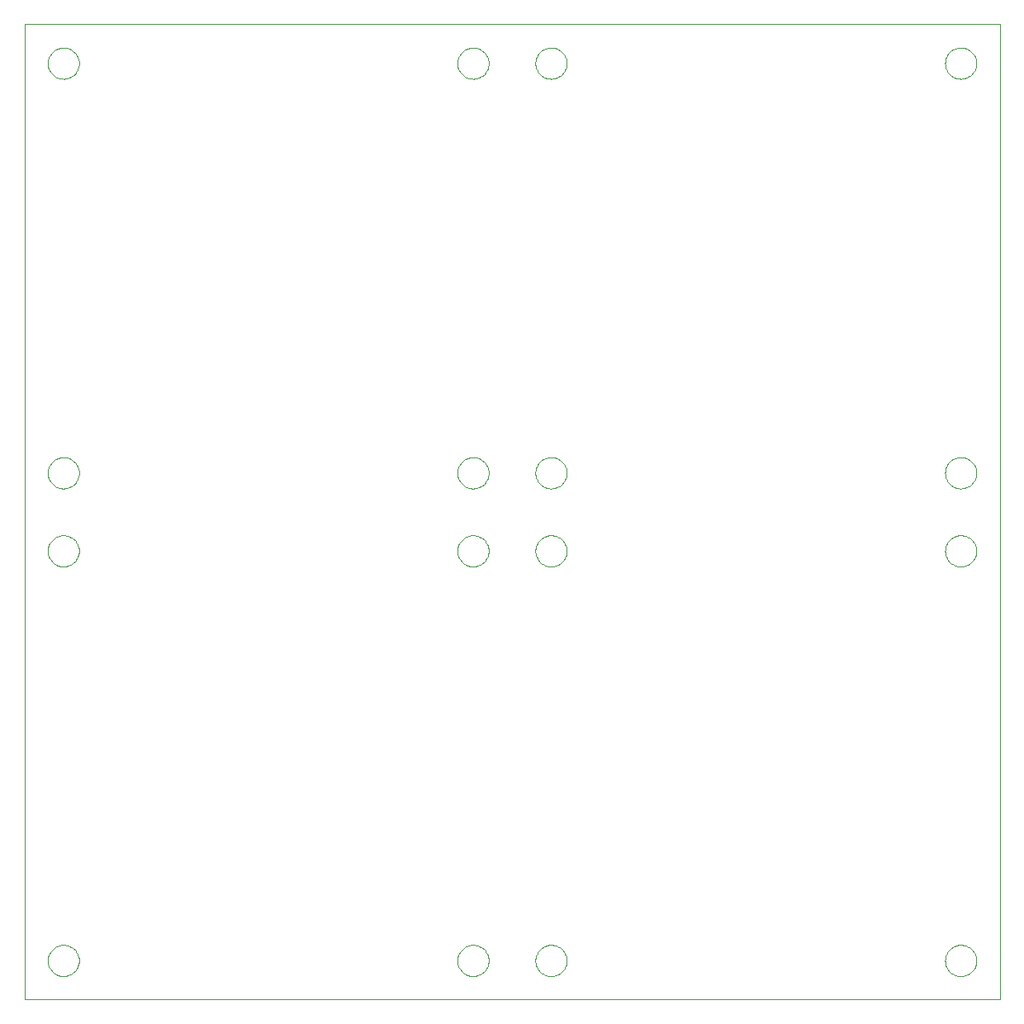
<source format=gm1>
G75*
G70*
%OFA0B0*%
%FSLAX24Y24*%
%IPPOS*%
%LPD*%
%AMOC8*
5,1,8,0,0,1.08239X$1,22.5*
%
%ADD10C,0.0000*%
D10*
X000100Y000100D02*
X000100Y039470D01*
X039470Y039470D01*
X039470Y000100D01*
X000100Y000100D01*
X001045Y001675D02*
X001047Y001725D01*
X001053Y001775D01*
X001063Y001824D01*
X001077Y001872D01*
X001094Y001919D01*
X001115Y001964D01*
X001140Y002008D01*
X001168Y002049D01*
X001200Y002088D01*
X001234Y002125D01*
X001271Y002159D01*
X001311Y002189D01*
X001353Y002216D01*
X001397Y002240D01*
X001443Y002261D01*
X001490Y002277D01*
X001538Y002290D01*
X001588Y002299D01*
X001637Y002304D01*
X001688Y002305D01*
X001738Y002302D01*
X001787Y002295D01*
X001836Y002284D01*
X001884Y002269D01*
X001930Y002251D01*
X001975Y002229D01*
X002018Y002203D01*
X002059Y002174D01*
X002098Y002142D01*
X002134Y002107D01*
X002166Y002069D01*
X002196Y002029D01*
X002223Y001986D01*
X002246Y001942D01*
X002265Y001896D01*
X002281Y001848D01*
X002293Y001799D01*
X002301Y001750D01*
X002305Y001700D01*
X002305Y001650D01*
X002301Y001600D01*
X002293Y001551D01*
X002281Y001502D01*
X002265Y001454D01*
X002246Y001408D01*
X002223Y001364D01*
X002196Y001321D01*
X002166Y001281D01*
X002134Y001243D01*
X002098Y001208D01*
X002059Y001176D01*
X002018Y001147D01*
X001975Y001121D01*
X001930Y001099D01*
X001884Y001081D01*
X001836Y001066D01*
X001787Y001055D01*
X001738Y001048D01*
X001688Y001045D01*
X001637Y001046D01*
X001588Y001051D01*
X001538Y001060D01*
X001490Y001073D01*
X001443Y001089D01*
X001397Y001110D01*
X001353Y001134D01*
X001311Y001161D01*
X001271Y001191D01*
X001234Y001225D01*
X001200Y001262D01*
X001168Y001301D01*
X001140Y001342D01*
X001115Y001386D01*
X001094Y001431D01*
X001077Y001478D01*
X001063Y001526D01*
X001053Y001575D01*
X001047Y001625D01*
X001045Y001675D01*
X001045Y018210D02*
X001047Y018260D01*
X001053Y018310D01*
X001063Y018359D01*
X001077Y018407D01*
X001094Y018454D01*
X001115Y018499D01*
X001140Y018543D01*
X001168Y018584D01*
X001200Y018623D01*
X001234Y018660D01*
X001271Y018694D01*
X001311Y018724D01*
X001353Y018751D01*
X001397Y018775D01*
X001443Y018796D01*
X001490Y018812D01*
X001538Y018825D01*
X001588Y018834D01*
X001637Y018839D01*
X001688Y018840D01*
X001738Y018837D01*
X001787Y018830D01*
X001836Y018819D01*
X001884Y018804D01*
X001930Y018786D01*
X001975Y018764D01*
X002018Y018738D01*
X002059Y018709D01*
X002098Y018677D01*
X002134Y018642D01*
X002166Y018604D01*
X002196Y018564D01*
X002223Y018521D01*
X002246Y018477D01*
X002265Y018431D01*
X002281Y018383D01*
X002293Y018334D01*
X002301Y018285D01*
X002305Y018235D01*
X002305Y018185D01*
X002301Y018135D01*
X002293Y018086D01*
X002281Y018037D01*
X002265Y017989D01*
X002246Y017943D01*
X002223Y017899D01*
X002196Y017856D01*
X002166Y017816D01*
X002134Y017778D01*
X002098Y017743D01*
X002059Y017711D01*
X002018Y017682D01*
X001975Y017656D01*
X001930Y017634D01*
X001884Y017616D01*
X001836Y017601D01*
X001787Y017590D01*
X001738Y017583D01*
X001688Y017580D01*
X001637Y017581D01*
X001588Y017586D01*
X001538Y017595D01*
X001490Y017608D01*
X001443Y017624D01*
X001397Y017645D01*
X001353Y017669D01*
X001311Y017696D01*
X001271Y017726D01*
X001234Y017760D01*
X001200Y017797D01*
X001168Y017836D01*
X001140Y017877D01*
X001115Y017921D01*
X001094Y017966D01*
X001077Y018013D01*
X001063Y018061D01*
X001053Y018110D01*
X001047Y018160D01*
X001045Y018210D01*
X001045Y021360D02*
X001047Y021410D01*
X001053Y021460D01*
X001063Y021509D01*
X001077Y021557D01*
X001094Y021604D01*
X001115Y021649D01*
X001140Y021693D01*
X001168Y021734D01*
X001200Y021773D01*
X001234Y021810D01*
X001271Y021844D01*
X001311Y021874D01*
X001353Y021901D01*
X001397Y021925D01*
X001443Y021946D01*
X001490Y021962D01*
X001538Y021975D01*
X001588Y021984D01*
X001637Y021989D01*
X001688Y021990D01*
X001738Y021987D01*
X001787Y021980D01*
X001836Y021969D01*
X001884Y021954D01*
X001930Y021936D01*
X001975Y021914D01*
X002018Y021888D01*
X002059Y021859D01*
X002098Y021827D01*
X002134Y021792D01*
X002166Y021754D01*
X002196Y021714D01*
X002223Y021671D01*
X002246Y021627D01*
X002265Y021581D01*
X002281Y021533D01*
X002293Y021484D01*
X002301Y021435D01*
X002305Y021385D01*
X002305Y021335D01*
X002301Y021285D01*
X002293Y021236D01*
X002281Y021187D01*
X002265Y021139D01*
X002246Y021093D01*
X002223Y021049D01*
X002196Y021006D01*
X002166Y020966D01*
X002134Y020928D01*
X002098Y020893D01*
X002059Y020861D01*
X002018Y020832D01*
X001975Y020806D01*
X001930Y020784D01*
X001884Y020766D01*
X001836Y020751D01*
X001787Y020740D01*
X001738Y020733D01*
X001688Y020730D01*
X001637Y020731D01*
X001588Y020736D01*
X001538Y020745D01*
X001490Y020758D01*
X001443Y020774D01*
X001397Y020795D01*
X001353Y020819D01*
X001311Y020846D01*
X001271Y020876D01*
X001234Y020910D01*
X001200Y020947D01*
X001168Y020986D01*
X001140Y021027D01*
X001115Y021071D01*
X001094Y021116D01*
X001077Y021163D01*
X001063Y021211D01*
X001053Y021260D01*
X001047Y021310D01*
X001045Y021360D01*
X001045Y037895D02*
X001047Y037945D01*
X001053Y037995D01*
X001063Y038044D01*
X001077Y038092D01*
X001094Y038139D01*
X001115Y038184D01*
X001140Y038228D01*
X001168Y038269D01*
X001200Y038308D01*
X001234Y038345D01*
X001271Y038379D01*
X001311Y038409D01*
X001353Y038436D01*
X001397Y038460D01*
X001443Y038481D01*
X001490Y038497D01*
X001538Y038510D01*
X001588Y038519D01*
X001637Y038524D01*
X001688Y038525D01*
X001738Y038522D01*
X001787Y038515D01*
X001836Y038504D01*
X001884Y038489D01*
X001930Y038471D01*
X001975Y038449D01*
X002018Y038423D01*
X002059Y038394D01*
X002098Y038362D01*
X002134Y038327D01*
X002166Y038289D01*
X002196Y038249D01*
X002223Y038206D01*
X002246Y038162D01*
X002265Y038116D01*
X002281Y038068D01*
X002293Y038019D01*
X002301Y037970D01*
X002305Y037920D01*
X002305Y037870D01*
X002301Y037820D01*
X002293Y037771D01*
X002281Y037722D01*
X002265Y037674D01*
X002246Y037628D01*
X002223Y037584D01*
X002196Y037541D01*
X002166Y037501D01*
X002134Y037463D01*
X002098Y037428D01*
X002059Y037396D01*
X002018Y037367D01*
X001975Y037341D01*
X001930Y037319D01*
X001884Y037301D01*
X001836Y037286D01*
X001787Y037275D01*
X001738Y037268D01*
X001688Y037265D01*
X001637Y037266D01*
X001588Y037271D01*
X001538Y037280D01*
X001490Y037293D01*
X001443Y037309D01*
X001397Y037330D01*
X001353Y037354D01*
X001311Y037381D01*
X001271Y037411D01*
X001234Y037445D01*
X001200Y037482D01*
X001168Y037521D01*
X001140Y037562D01*
X001115Y037606D01*
X001094Y037651D01*
X001077Y037698D01*
X001063Y037746D01*
X001053Y037795D01*
X001047Y037845D01*
X001045Y037895D01*
X017580Y037895D02*
X017582Y037945D01*
X017588Y037995D01*
X017598Y038044D01*
X017612Y038092D01*
X017629Y038139D01*
X017650Y038184D01*
X017675Y038228D01*
X017703Y038269D01*
X017735Y038308D01*
X017769Y038345D01*
X017806Y038379D01*
X017846Y038409D01*
X017888Y038436D01*
X017932Y038460D01*
X017978Y038481D01*
X018025Y038497D01*
X018073Y038510D01*
X018123Y038519D01*
X018172Y038524D01*
X018223Y038525D01*
X018273Y038522D01*
X018322Y038515D01*
X018371Y038504D01*
X018419Y038489D01*
X018465Y038471D01*
X018510Y038449D01*
X018553Y038423D01*
X018594Y038394D01*
X018633Y038362D01*
X018669Y038327D01*
X018701Y038289D01*
X018731Y038249D01*
X018758Y038206D01*
X018781Y038162D01*
X018800Y038116D01*
X018816Y038068D01*
X018828Y038019D01*
X018836Y037970D01*
X018840Y037920D01*
X018840Y037870D01*
X018836Y037820D01*
X018828Y037771D01*
X018816Y037722D01*
X018800Y037674D01*
X018781Y037628D01*
X018758Y037584D01*
X018731Y037541D01*
X018701Y037501D01*
X018669Y037463D01*
X018633Y037428D01*
X018594Y037396D01*
X018553Y037367D01*
X018510Y037341D01*
X018465Y037319D01*
X018419Y037301D01*
X018371Y037286D01*
X018322Y037275D01*
X018273Y037268D01*
X018223Y037265D01*
X018172Y037266D01*
X018123Y037271D01*
X018073Y037280D01*
X018025Y037293D01*
X017978Y037309D01*
X017932Y037330D01*
X017888Y037354D01*
X017846Y037381D01*
X017806Y037411D01*
X017769Y037445D01*
X017735Y037482D01*
X017703Y037521D01*
X017675Y037562D01*
X017650Y037606D01*
X017629Y037651D01*
X017612Y037698D01*
X017598Y037746D01*
X017588Y037795D01*
X017582Y037845D01*
X017580Y037895D01*
X020730Y037895D02*
X020732Y037945D01*
X020738Y037995D01*
X020748Y038044D01*
X020762Y038092D01*
X020779Y038139D01*
X020800Y038184D01*
X020825Y038228D01*
X020853Y038269D01*
X020885Y038308D01*
X020919Y038345D01*
X020956Y038379D01*
X020996Y038409D01*
X021038Y038436D01*
X021082Y038460D01*
X021128Y038481D01*
X021175Y038497D01*
X021223Y038510D01*
X021273Y038519D01*
X021322Y038524D01*
X021373Y038525D01*
X021423Y038522D01*
X021472Y038515D01*
X021521Y038504D01*
X021569Y038489D01*
X021615Y038471D01*
X021660Y038449D01*
X021703Y038423D01*
X021744Y038394D01*
X021783Y038362D01*
X021819Y038327D01*
X021851Y038289D01*
X021881Y038249D01*
X021908Y038206D01*
X021931Y038162D01*
X021950Y038116D01*
X021966Y038068D01*
X021978Y038019D01*
X021986Y037970D01*
X021990Y037920D01*
X021990Y037870D01*
X021986Y037820D01*
X021978Y037771D01*
X021966Y037722D01*
X021950Y037674D01*
X021931Y037628D01*
X021908Y037584D01*
X021881Y037541D01*
X021851Y037501D01*
X021819Y037463D01*
X021783Y037428D01*
X021744Y037396D01*
X021703Y037367D01*
X021660Y037341D01*
X021615Y037319D01*
X021569Y037301D01*
X021521Y037286D01*
X021472Y037275D01*
X021423Y037268D01*
X021373Y037265D01*
X021322Y037266D01*
X021273Y037271D01*
X021223Y037280D01*
X021175Y037293D01*
X021128Y037309D01*
X021082Y037330D01*
X021038Y037354D01*
X020996Y037381D01*
X020956Y037411D01*
X020919Y037445D01*
X020885Y037482D01*
X020853Y037521D01*
X020825Y037562D01*
X020800Y037606D01*
X020779Y037651D01*
X020762Y037698D01*
X020748Y037746D01*
X020738Y037795D01*
X020732Y037845D01*
X020730Y037895D01*
X020730Y021360D02*
X020732Y021410D01*
X020738Y021460D01*
X020748Y021509D01*
X020762Y021557D01*
X020779Y021604D01*
X020800Y021649D01*
X020825Y021693D01*
X020853Y021734D01*
X020885Y021773D01*
X020919Y021810D01*
X020956Y021844D01*
X020996Y021874D01*
X021038Y021901D01*
X021082Y021925D01*
X021128Y021946D01*
X021175Y021962D01*
X021223Y021975D01*
X021273Y021984D01*
X021322Y021989D01*
X021373Y021990D01*
X021423Y021987D01*
X021472Y021980D01*
X021521Y021969D01*
X021569Y021954D01*
X021615Y021936D01*
X021660Y021914D01*
X021703Y021888D01*
X021744Y021859D01*
X021783Y021827D01*
X021819Y021792D01*
X021851Y021754D01*
X021881Y021714D01*
X021908Y021671D01*
X021931Y021627D01*
X021950Y021581D01*
X021966Y021533D01*
X021978Y021484D01*
X021986Y021435D01*
X021990Y021385D01*
X021990Y021335D01*
X021986Y021285D01*
X021978Y021236D01*
X021966Y021187D01*
X021950Y021139D01*
X021931Y021093D01*
X021908Y021049D01*
X021881Y021006D01*
X021851Y020966D01*
X021819Y020928D01*
X021783Y020893D01*
X021744Y020861D01*
X021703Y020832D01*
X021660Y020806D01*
X021615Y020784D01*
X021569Y020766D01*
X021521Y020751D01*
X021472Y020740D01*
X021423Y020733D01*
X021373Y020730D01*
X021322Y020731D01*
X021273Y020736D01*
X021223Y020745D01*
X021175Y020758D01*
X021128Y020774D01*
X021082Y020795D01*
X021038Y020819D01*
X020996Y020846D01*
X020956Y020876D01*
X020919Y020910D01*
X020885Y020947D01*
X020853Y020986D01*
X020825Y021027D01*
X020800Y021071D01*
X020779Y021116D01*
X020762Y021163D01*
X020748Y021211D01*
X020738Y021260D01*
X020732Y021310D01*
X020730Y021360D01*
X017580Y021360D02*
X017582Y021410D01*
X017588Y021460D01*
X017598Y021509D01*
X017612Y021557D01*
X017629Y021604D01*
X017650Y021649D01*
X017675Y021693D01*
X017703Y021734D01*
X017735Y021773D01*
X017769Y021810D01*
X017806Y021844D01*
X017846Y021874D01*
X017888Y021901D01*
X017932Y021925D01*
X017978Y021946D01*
X018025Y021962D01*
X018073Y021975D01*
X018123Y021984D01*
X018172Y021989D01*
X018223Y021990D01*
X018273Y021987D01*
X018322Y021980D01*
X018371Y021969D01*
X018419Y021954D01*
X018465Y021936D01*
X018510Y021914D01*
X018553Y021888D01*
X018594Y021859D01*
X018633Y021827D01*
X018669Y021792D01*
X018701Y021754D01*
X018731Y021714D01*
X018758Y021671D01*
X018781Y021627D01*
X018800Y021581D01*
X018816Y021533D01*
X018828Y021484D01*
X018836Y021435D01*
X018840Y021385D01*
X018840Y021335D01*
X018836Y021285D01*
X018828Y021236D01*
X018816Y021187D01*
X018800Y021139D01*
X018781Y021093D01*
X018758Y021049D01*
X018731Y021006D01*
X018701Y020966D01*
X018669Y020928D01*
X018633Y020893D01*
X018594Y020861D01*
X018553Y020832D01*
X018510Y020806D01*
X018465Y020784D01*
X018419Y020766D01*
X018371Y020751D01*
X018322Y020740D01*
X018273Y020733D01*
X018223Y020730D01*
X018172Y020731D01*
X018123Y020736D01*
X018073Y020745D01*
X018025Y020758D01*
X017978Y020774D01*
X017932Y020795D01*
X017888Y020819D01*
X017846Y020846D01*
X017806Y020876D01*
X017769Y020910D01*
X017735Y020947D01*
X017703Y020986D01*
X017675Y021027D01*
X017650Y021071D01*
X017629Y021116D01*
X017612Y021163D01*
X017598Y021211D01*
X017588Y021260D01*
X017582Y021310D01*
X017580Y021360D01*
X017580Y018210D02*
X017582Y018260D01*
X017588Y018310D01*
X017598Y018359D01*
X017612Y018407D01*
X017629Y018454D01*
X017650Y018499D01*
X017675Y018543D01*
X017703Y018584D01*
X017735Y018623D01*
X017769Y018660D01*
X017806Y018694D01*
X017846Y018724D01*
X017888Y018751D01*
X017932Y018775D01*
X017978Y018796D01*
X018025Y018812D01*
X018073Y018825D01*
X018123Y018834D01*
X018172Y018839D01*
X018223Y018840D01*
X018273Y018837D01*
X018322Y018830D01*
X018371Y018819D01*
X018419Y018804D01*
X018465Y018786D01*
X018510Y018764D01*
X018553Y018738D01*
X018594Y018709D01*
X018633Y018677D01*
X018669Y018642D01*
X018701Y018604D01*
X018731Y018564D01*
X018758Y018521D01*
X018781Y018477D01*
X018800Y018431D01*
X018816Y018383D01*
X018828Y018334D01*
X018836Y018285D01*
X018840Y018235D01*
X018840Y018185D01*
X018836Y018135D01*
X018828Y018086D01*
X018816Y018037D01*
X018800Y017989D01*
X018781Y017943D01*
X018758Y017899D01*
X018731Y017856D01*
X018701Y017816D01*
X018669Y017778D01*
X018633Y017743D01*
X018594Y017711D01*
X018553Y017682D01*
X018510Y017656D01*
X018465Y017634D01*
X018419Y017616D01*
X018371Y017601D01*
X018322Y017590D01*
X018273Y017583D01*
X018223Y017580D01*
X018172Y017581D01*
X018123Y017586D01*
X018073Y017595D01*
X018025Y017608D01*
X017978Y017624D01*
X017932Y017645D01*
X017888Y017669D01*
X017846Y017696D01*
X017806Y017726D01*
X017769Y017760D01*
X017735Y017797D01*
X017703Y017836D01*
X017675Y017877D01*
X017650Y017921D01*
X017629Y017966D01*
X017612Y018013D01*
X017598Y018061D01*
X017588Y018110D01*
X017582Y018160D01*
X017580Y018210D01*
X020730Y018210D02*
X020732Y018260D01*
X020738Y018310D01*
X020748Y018359D01*
X020762Y018407D01*
X020779Y018454D01*
X020800Y018499D01*
X020825Y018543D01*
X020853Y018584D01*
X020885Y018623D01*
X020919Y018660D01*
X020956Y018694D01*
X020996Y018724D01*
X021038Y018751D01*
X021082Y018775D01*
X021128Y018796D01*
X021175Y018812D01*
X021223Y018825D01*
X021273Y018834D01*
X021322Y018839D01*
X021373Y018840D01*
X021423Y018837D01*
X021472Y018830D01*
X021521Y018819D01*
X021569Y018804D01*
X021615Y018786D01*
X021660Y018764D01*
X021703Y018738D01*
X021744Y018709D01*
X021783Y018677D01*
X021819Y018642D01*
X021851Y018604D01*
X021881Y018564D01*
X021908Y018521D01*
X021931Y018477D01*
X021950Y018431D01*
X021966Y018383D01*
X021978Y018334D01*
X021986Y018285D01*
X021990Y018235D01*
X021990Y018185D01*
X021986Y018135D01*
X021978Y018086D01*
X021966Y018037D01*
X021950Y017989D01*
X021931Y017943D01*
X021908Y017899D01*
X021881Y017856D01*
X021851Y017816D01*
X021819Y017778D01*
X021783Y017743D01*
X021744Y017711D01*
X021703Y017682D01*
X021660Y017656D01*
X021615Y017634D01*
X021569Y017616D01*
X021521Y017601D01*
X021472Y017590D01*
X021423Y017583D01*
X021373Y017580D01*
X021322Y017581D01*
X021273Y017586D01*
X021223Y017595D01*
X021175Y017608D01*
X021128Y017624D01*
X021082Y017645D01*
X021038Y017669D01*
X020996Y017696D01*
X020956Y017726D01*
X020919Y017760D01*
X020885Y017797D01*
X020853Y017836D01*
X020825Y017877D01*
X020800Y017921D01*
X020779Y017966D01*
X020762Y018013D01*
X020748Y018061D01*
X020738Y018110D01*
X020732Y018160D01*
X020730Y018210D01*
X020730Y001675D02*
X020732Y001725D01*
X020738Y001775D01*
X020748Y001824D01*
X020762Y001872D01*
X020779Y001919D01*
X020800Y001964D01*
X020825Y002008D01*
X020853Y002049D01*
X020885Y002088D01*
X020919Y002125D01*
X020956Y002159D01*
X020996Y002189D01*
X021038Y002216D01*
X021082Y002240D01*
X021128Y002261D01*
X021175Y002277D01*
X021223Y002290D01*
X021273Y002299D01*
X021322Y002304D01*
X021373Y002305D01*
X021423Y002302D01*
X021472Y002295D01*
X021521Y002284D01*
X021569Y002269D01*
X021615Y002251D01*
X021660Y002229D01*
X021703Y002203D01*
X021744Y002174D01*
X021783Y002142D01*
X021819Y002107D01*
X021851Y002069D01*
X021881Y002029D01*
X021908Y001986D01*
X021931Y001942D01*
X021950Y001896D01*
X021966Y001848D01*
X021978Y001799D01*
X021986Y001750D01*
X021990Y001700D01*
X021990Y001650D01*
X021986Y001600D01*
X021978Y001551D01*
X021966Y001502D01*
X021950Y001454D01*
X021931Y001408D01*
X021908Y001364D01*
X021881Y001321D01*
X021851Y001281D01*
X021819Y001243D01*
X021783Y001208D01*
X021744Y001176D01*
X021703Y001147D01*
X021660Y001121D01*
X021615Y001099D01*
X021569Y001081D01*
X021521Y001066D01*
X021472Y001055D01*
X021423Y001048D01*
X021373Y001045D01*
X021322Y001046D01*
X021273Y001051D01*
X021223Y001060D01*
X021175Y001073D01*
X021128Y001089D01*
X021082Y001110D01*
X021038Y001134D01*
X020996Y001161D01*
X020956Y001191D01*
X020919Y001225D01*
X020885Y001262D01*
X020853Y001301D01*
X020825Y001342D01*
X020800Y001386D01*
X020779Y001431D01*
X020762Y001478D01*
X020748Y001526D01*
X020738Y001575D01*
X020732Y001625D01*
X020730Y001675D01*
X017580Y001675D02*
X017582Y001725D01*
X017588Y001775D01*
X017598Y001824D01*
X017612Y001872D01*
X017629Y001919D01*
X017650Y001964D01*
X017675Y002008D01*
X017703Y002049D01*
X017735Y002088D01*
X017769Y002125D01*
X017806Y002159D01*
X017846Y002189D01*
X017888Y002216D01*
X017932Y002240D01*
X017978Y002261D01*
X018025Y002277D01*
X018073Y002290D01*
X018123Y002299D01*
X018172Y002304D01*
X018223Y002305D01*
X018273Y002302D01*
X018322Y002295D01*
X018371Y002284D01*
X018419Y002269D01*
X018465Y002251D01*
X018510Y002229D01*
X018553Y002203D01*
X018594Y002174D01*
X018633Y002142D01*
X018669Y002107D01*
X018701Y002069D01*
X018731Y002029D01*
X018758Y001986D01*
X018781Y001942D01*
X018800Y001896D01*
X018816Y001848D01*
X018828Y001799D01*
X018836Y001750D01*
X018840Y001700D01*
X018840Y001650D01*
X018836Y001600D01*
X018828Y001551D01*
X018816Y001502D01*
X018800Y001454D01*
X018781Y001408D01*
X018758Y001364D01*
X018731Y001321D01*
X018701Y001281D01*
X018669Y001243D01*
X018633Y001208D01*
X018594Y001176D01*
X018553Y001147D01*
X018510Y001121D01*
X018465Y001099D01*
X018419Y001081D01*
X018371Y001066D01*
X018322Y001055D01*
X018273Y001048D01*
X018223Y001045D01*
X018172Y001046D01*
X018123Y001051D01*
X018073Y001060D01*
X018025Y001073D01*
X017978Y001089D01*
X017932Y001110D01*
X017888Y001134D01*
X017846Y001161D01*
X017806Y001191D01*
X017769Y001225D01*
X017735Y001262D01*
X017703Y001301D01*
X017675Y001342D01*
X017650Y001386D01*
X017629Y001431D01*
X017612Y001478D01*
X017598Y001526D01*
X017588Y001575D01*
X017582Y001625D01*
X017580Y001675D01*
X037265Y001675D02*
X037267Y001725D01*
X037273Y001775D01*
X037283Y001824D01*
X037297Y001872D01*
X037314Y001919D01*
X037335Y001964D01*
X037360Y002008D01*
X037388Y002049D01*
X037420Y002088D01*
X037454Y002125D01*
X037491Y002159D01*
X037531Y002189D01*
X037573Y002216D01*
X037617Y002240D01*
X037663Y002261D01*
X037710Y002277D01*
X037758Y002290D01*
X037808Y002299D01*
X037857Y002304D01*
X037908Y002305D01*
X037958Y002302D01*
X038007Y002295D01*
X038056Y002284D01*
X038104Y002269D01*
X038150Y002251D01*
X038195Y002229D01*
X038238Y002203D01*
X038279Y002174D01*
X038318Y002142D01*
X038354Y002107D01*
X038386Y002069D01*
X038416Y002029D01*
X038443Y001986D01*
X038466Y001942D01*
X038485Y001896D01*
X038501Y001848D01*
X038513Y001799D01*
X038521Y001750D01*
X038525Y001700D01*
X038525Y001650D01*
X038521Y001600D01*
X038513Y001551D01*
X038501Y001502D01*
X038485Y001454D01*
X038466Y001408D01*
X038443Y001364D01*
X038416Y001321D01*
X038386Y001281D01*
X038354Y001243D01*
X038318Y001208D01*
X038279Y001176D01*
X038238Y001147D01*
X038195Y001121D01*
X038150Y001099D01*
X038104Y001081D01*
X038056Y001066D01*
X038007Y001055D01*
X037958Y001048D01*
X037908Y001045D01*
X037857Y001046D01*
X037808Y001051D01*
X037758Y001060D01*
X037710Y001073D01*
X037663Y001089D01*
X037617Y001110D01*
X037573Y001134D01*
X037531Y001161D01*
X037491Y001191D01*
X037454Y001225D01*
X037420Y001262D01*
X037388Y001301D01*
X037360Y001342D01*
X037335Y001386D01*
X037314Y001431D01*
X037297Y001478D01*
X037283Y001526D01*
X037273Y001575D01*
X037267Y001625D01*
X037265Y001675D01*
X037265Y018210D02*
X037267Y018260D01*
X037273Y018310D01*
X037283Y018359D01*
X037297Y018407D01*
X037314Y018454D01*
X037335Y018499D01*
X037360Y018543D01*
X037388Y018584D01*
X037420Y018623D01*
X037454Y018660D01*
X037491Y018694D01*
X037531Y018724D01*
X037573Y018751D01*
X037617Y018775D01*
X037663Y018796D01*
X037710Y018812D01*
X037758Y018825D01*
X037808Y018834D01*
X037857Y018839D01*
X037908Y018840D01*
X037958Y018837D01*
X038007Y018830D01*
X038056Y018819D01*
X038104Y018804D01*
X038150Y018786D01*
X038195Y018764D01*
X038238Y018738D01*
X038279Y018709D01*
X038318Y018677D01*
X038354Y018642D01*
X038386Y018604D01*
X038416Y018564D01*
X038443Y018521D01*
X038466Y018477D01*
X038485Y018431D01*
X038501Y018383D01*
X038513Y018334D01*
X038521Y018285D01*
X038525Y018235D01*
X038525Y018185D01*
X038521Y018135D01*
X038513Y018086D01*
X038501Y018037D01*
X038485Y017989D01*
X038466Y017943D01*
X038443Y017899D01*
X038416Y017856D01*
X038386Y017816D01*
X038354Y017778D01*
X038318Y017743D01*
X038279Y017711D01*
X038238Y017682D01*
X038195Y017656D01*
X038150Y017634D01*
X038104Y017616D01*
X038056Y017601D01*
X038007Y017590D01*
X037958Y017583D01*
X037908Y017580D01*
X037857Y017581D01*
X037808Y017586D01*
X037758Y017595D01*
X037710Y017608D01*
X037663Y017624D01*
X037617Y017645D01*
X037573Y017669D01*
X037531Y017696D01*
X037491Y017726D01*
X037454Y017760D01*
X037420Y017797D01*
X037388Y017836D01*
X037360Y017877D01*
X037335Y017921D01*
X037314Y017966D01*
X037297Y018013D01*
X037283Y018061D01*
X037273Y018110D01*
X037267Y018160D01*
X037265Y018210D01*
X037265Y021360D02*
X037267Y021410D01*
X037273Y021460D01*
X037283Y021509D01*
X037297Y021557D01*
X037314Y021604D01*
X037335Y021649D01*
X037360Y021693D01*
X037388Y021734D01*
X037420Y021773D01*
X037454Y021810D01*
X037491Y021844D01*
X037531Y021874D01*
X037573Y021901D01*
X037617Y021925D01*
X037663Y021946D01*
X037710Y021962D01*
X037758Y021975D01*
X037808Y021984D01*
X037857Y021989D01*
X037908Y021990D01*
X037958Y021987D01*
X038007Y021980D01*
X038056Y021969D01*
X038104Y021954D01*
X038150Y021936D01*
X038195Y021914D01*
X038238Y021888D01*
X038279Y021859D01*
X038318Y021827D01*
X038354Y021792D01*
X038386Y021754D01*
X038416Y021714D01*
X038443Y021671D01*
X038466Y021627D01*
X038485Y021581D01*
X038501Y021533D01*
X038513Y021484D01*
X038521Y021435D01*
X038525Y021385D01*
X038525Y021335D01*
X038521Y021285D01*
X038513Y021236D01*
X038501Y021187D01*
X038485Y021139D01*
X038466Y021093D01*
X038443Y021049D01*
X038416Y021006D01*
X038386Y020966D01*
X038354Y020928D01*
X038318Y020893D01*
X038279Y020861D01*
X038238Y020832D01*
X038195Y020806D01*
X038150Y020784D01*
X038104Y020766D01*
X038056Y020751D01*
X038007Y020740D01*
X037958Y020733D01*
X037908Y020730D01*
X037857Y020731D01*
X037808Y020736D01*
X037758Y020745D01*
X037710Y020758D01*
X037663Y020774D01*
X037617Y020795D01*
X037573Y020819D01*
X037531Y020846D01*
X037491Y020876D01*
X037454Y020910D01*
X037420Y020947D01*
X037388Y020986D01*
X037360Y021027D01*
X037335Y021071D01*
X037314Y021116D01*
X037297Y021163D01*
X037283Y021211D01*
X037273Y021260D01*
X037267Y021310D01*
X037265Y021360D01*
X037265Y037895D02*
X037267Y037945D01*
X037273Y037995D01*
X037283Y038044D01*
X037297Y038092D01*
X037314Y038139D01*
X037335Y038184D01*
X037360Y038228D01*
X037388Y038269D01*
X037420Y038308D01*
X037454Y038345D01*
X037491Y038379D01*
X037531Y038409D01*
X037573Y038436D01*
X037617Y038460D01*
X037663Y038481D01*
X037710Y038497D01*
X037758Y038510D01*
X037808Y038519D01*
X037857Y038524D01*
X037908Y038525D01*
X037958Y038522D01*
X038007Y038515D01*
X038056Y038504D01*
X038104Y038489D01*
X038150Y038471D01*
X038195Y038449D01*
X038238Y038423D01*
X038279Y038394D01*
X038318Y038362D01*
X038354Y038327D01*
X038386Y038289D01*
X038416Y038249D01*
X038443Y038206D01*
X038466Y038162D01*
X038485Y038116D01*
X038501Y038068D01*
X038513Y038019D01*
X038521Y037970D01*
X038525Y037920D01*
X038525Y037870D01*
X038521Y037820D01*
X038513Y037771D01*
X038501Y037722D01*
X038485Y037674D01*
X038466Y037628D01*
X038443Y037584D01*
X038416Y037541D01*
X038386Y037501D01*
X038354Y037463D01*
X038318Y037428D01*
X038279Y037396D01*
X038238Y037367D01*
X038195Y037341D01*
X038150Y037319D01*
X038104Y037301D01*
X038056Y037286D01*
X038007Y037275D01*
X037958Y037268D01*
X037908Y037265D01*
X037857Y037266D01*
X037808Y037271D01*
X037758Y037280D01*
X037710Y037293D01*
X037663Y037309D01*
X037617Y037330D01*
X037573Y037354D01*
X037531Y037381D01*
X037491Y037411D01*
X037454Y037445D01*
X037420Y037482D01*
X037388Y037521D01*
X037360Y037562D01*
X037335Y037606D01*
X037314Y037651D01*
X037297Y037698D01*
X037283Y037746D01*
X037273Y037795D01*
X037267Y037845D01*
X037265Y037895D01*
M02*

</source>
